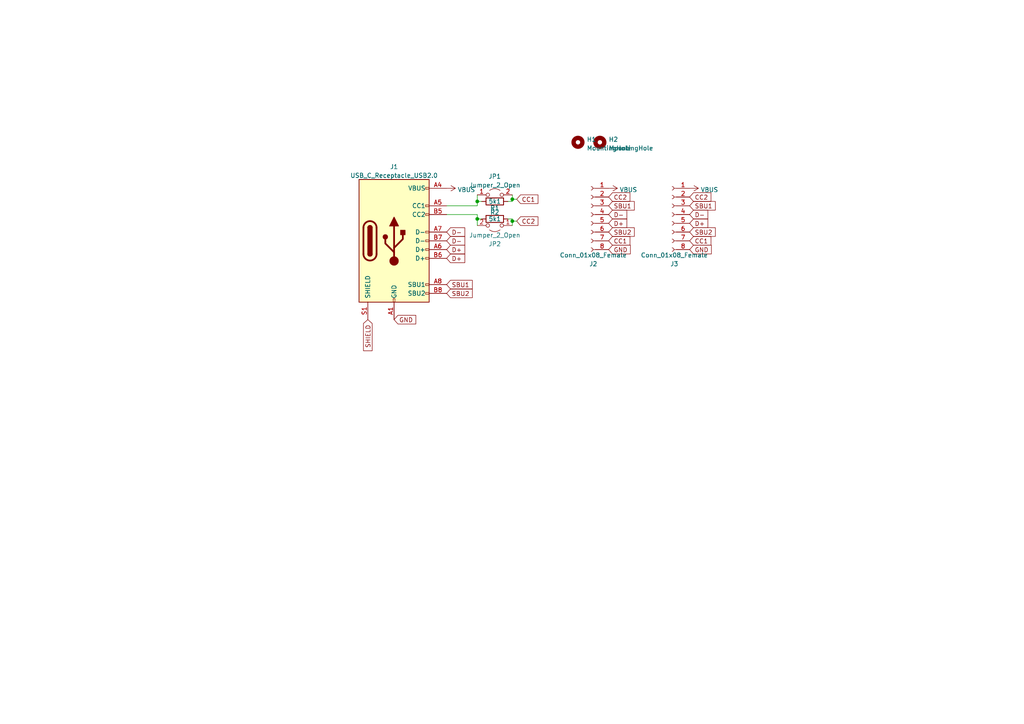
<source format=kicad_sch>
(kicad_sch (version 20211123) (generator eeschema)
  (paper "A4")
  (lib_symbols
    (symbol "Connector:Conn_01x08_Female" (pin_names (offset 1.016) hide)
      (property "Reference" "J" (at 0 10.16 0))
      (property "Value" "Conn_01x08_Female" (at 0 -12.7 0))
      (symbol "Conn_01x08_Female_1_1"
        (arc (start 0 -9.652) (mid -0.508 -10.16) (end 0 -10.668) (stroke (width 0.1524)))
        (arc (start 0 -7.112) (mid -0.508 -7.62) (end 0 -8.128) (stroke (width 0.1524)))
        (arc (start 0 -4.572) (mid -0.508 -5.08) (end 0 -5.588) (stroke (width 0.1524)))
        (arc (start 0 -2.032) (mid -0.508 -2.54) (end 0 -3.048) (stroke (width 0.1524)))
        (polyline (pts (xy -1.27 -10.16) (xy -0.508 -10.16)) (stroke (width 0.1524)))
        (polyline (pts (xy -1.27 -7.62) (xy -0.508 -7.62)) (stroke (width 0.1524)))
        (polyline (pts (xy -1.27 -5.08) (xy -0.508 -5.08)) (stroke (width 0.1524)))
        (polyline (pts (xy -1.27 -2.54) (xy -0.508 -2.54)) (stroke (width 0.1524)))
        (polyline (pts (xy -1.27 0) (xy -0.508 0)) (stroke (width 0.1524)))
        (polyline (pts (xy -1.27 2.54) (xy -0.508 2.54)) (stroke (width 0.1524)))
        (polyline (pts (xy -1.27 5.08) (xy -0.508 5.08)) (stroke (width 0.1524)))
        (polyline (pts (xy -1.27 7.62) (xy -0.508 7.62)) (stroke (width 0.1524)))
        (arc (start 0 0.508) (mid -0.508 0) (end 0 -0.508) (stroke (width 0.1524)))
        (arc (start 0 3.048) (mid -0.508 2.54) (end 0 2.032) (stroke (width 0.1524)))
        (arc (start 0 5.588) (mid -0.508 5.08) (end 0 4.572) (stroke (width 0.1524)))
        (arc (start 0 8.128) (mid -0.508 7.62) (end 0 7.112) (stroke (width 0.1524)))
        (pin passive line (at -5.08 7.62 0) (length 3.81) (name "Pin_1") (number "1"))
        (pin passive line (at -5.08 5.08 0) (length 3.81) (name "Pin_2") (number "2"))
        (pin passive line (at -5.08 2.54 0) (length 3.81) (name "Pin_3") (number "3"))
        (pin passive line (at -5.08 0 0) (length 3.81) (name "Pin_4") (number "4"))
        (pin passive line (at -5.08 -2.54 0) (length 3.81) (name "Pin_5") (number "5"))
        (pin passive line (at -5.08 -5.08 0) (length 3.81) (name "Pin_6") (number "6"))
        (pin passive line (at -5.08 -7.62 0) (length 3.81) (name "Pin_7") (number "7"))
        (pin passive line (at -5.08 -10.16 0) (length 3.81) (name "Pin_8") (number "8"))
      )
    )
    (symbol "Connector:USB_C_Receptacle_USB2.0" (pin_names (offset 1.016))
      (property "Reference" "J" (at -10.16 19.05 0))
      (property "Value" "USB_C_Receptacle_USB2.0" (at 19.05 19.05 0))
      (symbol "USB_C_Receptacle_USB2.0_0_0"
        (rectangle (start -0.254 -17.78) (end 0.254 -16.764))
        (rectangle (start 10.16 -14.986) (end 9.144 -15.494))
        (rectangle (start 10.16 -12.446) (end 9.144 -12.954))
        (rectangle (start 10.16 -4.826) (end 9.144 -5.334))
        (rectangle (start 10.16 -2.286) (end 9.144 -2.794))
        (rectangle (start 10.16 0.254) (end 9.144 -0.254))
        (rectangle (start 10.16 2.794) (end 9.144 2.286))
        (rectangle (start 10.16 7.874) (end 9.144 7.366))
        (rectangle (start 10.16 10.414) (end 9.144 9.906))
        (rectangle (start 10.16 15.494) (end 9.144 14.986))
      )
      (symbol "USB_C_Receptacle_USB2.0_0_1"
        (rectangle (start -10.16 17.78) (end 10.16 -17.78) (stroke (width 0.254)) (fill (type background)))
        (arc (start -8.89 -3.81) (mid -6.985 -5.715) (end -5.08 -3.81) (stroke (width 0.508)))
        (arc (start -7.62 -3.81) (mid -6.985 -4.445) (end -6.35 -3.81) (stroke (width 0.254)))
        (arc (start -7.62 -3.81) (mid -6.985 -4.445) (end -6.35 -3.81) (stroke (width 0.254)) (fill (type outline)))
        (rectangle (start -7.62 -3.81) (end -6.35 3.81) (stroke (width 0.254)) (fill (type outline)))
        (arc (start -6.35 3.81) (mid -6.985 4.445) (end -7.62 3.81) (stroke (width 0.254)))
        (arc (start -6.35 3.81) (mid -6.985 4.445) (end -7.62 3.81) (stroke (width 0.254)) (fill (type outline)))
        (arc (start -5.08 3.81) (mid -6.985 5.715) (end -8.89 3.81) (stroke (width 0.508)))
        (circle (center -2.54 1.143) (radius 0.635) (stroke (width 0.254)) (fill (type outline)))
        (circle (center 0 -5.842) (radius 1.27) (fill (type outline)))
        (polyline (pts (xy -8.89 -3.81) (xy -8.89 3.81)) (stroke (width 0.508)))
        (polyline (pts (xy -5.08 3.81) (xy -5.08 -3.81)) (stroke (width 0.508)))
        (polyline (pts (xy 0 -5.842) (xy 0 4.318)) (stroke (width 0.508)))
        (polyline (pts (xy 0 -3.302) (xy -2.54 -0.762) (xy -2.54 0.508)) (stroke (width 0.508)))
        (polyline (pts (xy 0 -2.032) (xy 2.54 0.508) (xy 2.54 1.778)) (stroke (width 0.508)))
        (polyline (pts (xy -1.27 4.318) (xy 0 6.858) (xy 1.27 4.318) (xy -1.27 4.318)) (stroke (width 0.254)) (fill (type outline)))
        (rectangle (start 1.905 1.778) (end 3.175 3.048) (stroke (width 0.254)) (fill (type outline)))
      )
      (symbol "USB_C_Receptacle_USB2.0_1_1"
        (pin passive line (at 0 -22.86 90) (length 5.08) (name "GND") (number "A1"))
        (pin passive line (at 0 -22.86 90) (length 5.08) hide (name "GND") (number "A12"))
        (pin passive line (at 15.24 15.24 180) (length 5.08) (name "VBUS") (number "A4"))
        (pin bidirectional line (at 15.24 10.16 180) (length 5.08) (name "CC1") (number "A5"))
        (pin bidirectional line (at 15.24 -2.54 180) (length 5.08) (name "D+") (number "A6"))
        (pin bidirectional line (at 15.24 2.54 180) (length 5.08) (name "D-") (number "A7"))
        (pin bidirectional line (at 15.24 -12.7 180) (length 5.08) (name "SBU1") (number "A8"))
        (pin passive line (at 15.24 15.24 180) (length 5.08) hide (name "VBUS") (number "A9"))
        (pin passive line (at 0 -22.86 90) (length 5.08) hide (name "GND") (number "B1"))
        (pin passive line (at 0 -22.86 90) (length 5.08) hide (name "GND") (number "B12"))
        (pin passive line (at 15.24 15.24 180) (length 5.08) hide (name "VBUS") (number "B4"))
        (pin bidirectional line (at 15.24 7.62 180) (length 5.08) (name "CC2") (number "B5"))
        (pin bidirectional line (at 15.24 -5.08 180) (length 5.08) (name "D+") (number "B6"))
        (pin bidirectional line (at 15.24 0 180) (length 5.08) (name "D-") (number "B7"))
        (pin bidirectional line (at 15.24 -15.24 180) (length 5.08) (name "SBU2") (number "B8"))
        (pin passive line (at 15.24 15.24 180) (length 5.08) hide (name "VBUS") (number "B9"))
        (pin passive line (at -7.62 -22.86 90) (length 5.08) (name "SHIELD") (number "S1"))
      )
    )
    (symbol "Device:R" (pin_numbers hide) (pin_names (offset 0))
      (property "Reference" "R" (at 2.032 0 90))
      (property "Value" "R" (at 0 0 90))
      (symbol "R_0_1"
        (rectangle (start -1.016 -2.54) (end 1.016 2.54) (stroke (width 0.254)))
      )
      (symbol "R_1_1"
        (pin passive line (at 0 3.81 270) (length 1.27) (name "~") (number "1"))
        (pin passive line (at 0 -3.81 90) (length 1.27) (name "~") (number "2"))
      )
    )
    (symbol "Jumper:Jumper_2_Open" (pin_names (offset 0) hide)
      (property "Reference" "JP" (at 0 2.794 0))
      (property "Value" "Jumper_2_Open" (at 0 -2.286 0))
      (symbol "Jumper_2_Open_0_0"
        (circle (center -2.032 0) (radius 0.508))
        (circle (center 2.032 0) (radius 0.508))
      )
      (symbol "Jumper_2_Open_0_1"
        (arc (start 1.524 1.27) (mid 0 1.778) (end -1.524 1.27))
      )
      (symbol "Jumper_2_Open_1_1"
        (pin passive line (at -5.08 0 0) (length 2.54) (name "A") (number "1"))
        (pin passive line (at 5.08 0 180) (length 2.54) (name "B") (number "2"))
      )
    )
    (symbol "Mechanical:MountingHole" (pin_names (offset 1.016))
      (property "Reference" "H" (at 0 5.08 0))
      (property "Value" "MountingHole" (at 0 3.175 0))
      (symbol "MountingHole_0_1"
        (circle (center 0 0) (radius 1.27) (stroke (width 1.27)))
      )
    )
    (symbol "power:VBUS" (power) (pin_names (offset 0))
      (property "Value" "VBUS" (at 0 3.81 0))
      (symbol "VBUS_0_1"
        (polyline (pts (xy -0.762 1.27) (xy 0 2.54)))
        (polyline (pts (xy 0 0) (xy 0 2.54)))
        (polyline (pts (xy 0 2.54) (xy 0.762 1.27)))
      )
      (symbol "VBUS_1_1"
        (pin power_in line (at 0 0 90) (length 0) hide (name "VBUS") (number "1"))
      )
    )
  )
  (junction (at 138.43 63.5))
  (junction (at 138.43 58.42))
  (junction (at 148.59 57.785))
  (junction (at 148.59 64.135))
  (wire (pts (xy 138.43 63.5) (xy 138.43 62.23)))
  (wire (pts (xy 149.86 64.135) (xy 148.59 64.135)))
  (wire (pts (xy 138.43 58.42) (xy 139.7 58.42)))
  (wire (pts (xy 138.43 59.69) (xy 138.43 58.42)))
  (wire (pts (xy 138.43 58.42) (xy 138.43 56.515)))
  (wire (pts (xy 148.59 57.785) (xy 149.86 57.785)))
  (wire (pts (xy 148.59 57.785) (xy 148.59 56.515)))
  (wire (pts (xy 147.32 58.42) (xy 148.59 58.42)))
  (wire (pts (xy 129.54 59.69) (xy 138.43 59.69)))
  (wire (pts (xy 138.43 65.405) (xy 138.43 63.5)))
  (wire (pts (xy 138.43 63.5) (xy 139.7 63.5)))
  (wire (pts (xy 138.43 62.23) (xy 129.54 62.23)))
  (wire (pts (xy 148.59 63.5) (xy 148.59 64.135)))
  (wire (pts (xy 148.59 58.42) (xy 148.59 57.785)))
  (wire (pts (xy 148.59 64.135) (xy 148.59 65.405)))
  (wire (pts (xy 147.32 63.5) (xy 148.59 63.5)))
  (global_label "D+" (shape input) (at 176.53 64.77 0) (property "Intersheet References" "${INTERSHEET_REFS}" (effects hide)))
  (global_label "D+" (shape input) (at 129.54 74.93 0) (property "Intersheet References" "${INTERSHEET_REFS}" (effects hide)))
  (global_label "D-" (shape input) (at 129.54 67.31 0) (property "Intersheet References" "${INTERSHEET_REFS}" (effects hide)))
  (global_label "SBU1" (shape input) (at 200.025 59.69 0) (property "Intersheet References" "${INTERSHEET_REFS}" (effects hide)))
  (global_label "GND" (shape input) (at 114.3 92.71 0) (property "Intersheet References" "${INTERSHEET_REFS}" (effects hide)))
  (global_label "CC1" (shape input) (at 149.86 57.785 0) (property "Intersheet References" "${INTERSHEET_REFS}" (effects hide)))
  (global_label "GND" (shape input) (at 200.025 72.39 0) (property "Intersheet References" "${INTERSHEET_REFS}" (effects hide)))
  (global_label "SBU1" (shape input) (at 176.53 59.69 0) (property "Intersheet References" "${INTERSHEET_REFS}" (effects hide)))
  (global_label "SBU2" (shape input) (at 176.53 67.31 0) (property "Intersheet References" "${INTERSHEET_REFS}" (effects hide)))
  (global_label "SBU2" (shape input) (at 200.025 67.31 0) (property "Intersheet References" "${INTERSHEET_REFS}" (effects hide)))
  (global_label "SHIELD" (shape input) (at 106.68 92.71 270) (property "Intersheet References" "${INTERSHEET_REFS}" (effects hide)))
  (global_label "CC2" (shape input) (at 200.025 57.15 0) (property "Intersheet References" "${INTERSHEET_REFS}" (effects hide)))
  (global_label "SBU1" (shape input) (at 129.54 82.55 0) (property "Intersheet References" "${INTERSHEET_REFS}" (effects hide)))
  (global_label "SBU2" (shape input) (at 129.54 85.09 0) (property "Intersheet References" "${INTERSHEET_REFS}" (effects hide)))
  (global_label "D-" (shape input) (at 176.53 62.23 0) (property "Intersheet References" "${INTERSHEET_REFS}" (effects hide)))
  (global_label "CC2" (shape input) (at 176.53 57.15 0) (property "Intersheet References" "${INTERSHEET_REFS}" (effects hide)))
  (global_label "GND" (shape input) (at 176.53 72.39 0) (property "Intersheet References" "${INTERSHEET_REFS}" (effects hide)))
  (global_label "D+" (shape input) (at 200.025 64.77 0) (property "Intersheet References" "${INTERSHEET_REFS}" (effects hide)))
  (global_label "D-" (shape input) (at 129.54 69.85 0) (property "Intersheet References" "${INTERSHEET_REFS}" (effects hide)))
  (global_label "CC1" (shape input) (at 200.025 69.85 0) (property "Intersheet References" "${INTERSHEET_REFS}" (effects hide)))
  (global_label "D-" (shape input) (at 200.025 62.23 0) (property "Intersheet References" "${INTERSHEET_REFS}" (effects hide)))
  (global_label "CC2" (shape input) (at 149.86 64.135 0) (property "Intersheet References" "${INTERSHEET_REFS}" (effects hide)))
  (global_label "D+" (shape input) (at 129.54 72.39 0) (property "Intersheet References" "${INTERSHEET_REFS}" (effects hide)))
  (global_label "CC1" (shape input) (at 176.53 69.85 0) (property "Intersheet References" "${INTERSHEET_REFS}" (effects hide)))
  (symbol (lib_id "power:VBUS") (at 176.53 54.61 270) (unit 1)
    (property "Reference" "#PWR0105" (effects hide))
    (property "Value" "VBUS" (at 179.705 55.0438 90) (effects (justify left)))
  )
  (symbol (lib_id "power:VBUS") (at 200.025 54.61 270) (unit 1)
    (property "Reference" "#PWR0107" (effects hide))
    (property "Value" "VBUS" (at 203.2 55.0438 90) (effects (justify left)))
  )
  (symbol (lib_id "Mechanical:MountingHole") (at 173.99 41.275 0) (unit 1)
    (property "Reference" "H2" (at 176.53 40.4403 0) (effects (justify left)))
    (property "Value" "MountingHole" (at 176.53 42.9772 0) (effects (justify left)))
    (property "Footprint" "MountingHole:MountingHole_3.2mm_M3_Pad_Via" (effects hide))
  )
  (symbol (lib_id "Connector:Conn_01x08_Female") (at 194.945 62.23 0) (mirror y) (unit 1)
    (property "Reference" "J3" (at 195.58 76.547 0))
    (property "Value" "Conn_01x08_Female" (at 195.58 74.0101 0))
    (property "Footprint" "Connector_PinHeader_2.54mm:PinHeader_1x08_P2.54mm_Vertical" (effects hide))
  )
  (symbol (lib_id "Jumper:Jumper_2_Open") (at 143.51 65.405 180) (unit 1)
    (property "Reference" "JP2" (at 143.51 70.7558 0))
    (property "Value" "Jumper_2_Open" (at 143.51 68.2189 0))
    (property "Footprint" "Jumper:SolderJumper-2_P1.3mm_Open_RoundedPad1.0x1.5mm" (effects hide))
  )
  (symbol (lib_id "Device:R") (at 143.51 63.5 90) (unit 1)
    (property "Reference" "R2" (at 143.51 61.595 90))
    (property "Value" "5k1" (at 143.51 63.5 90))
    (property "Footprint" "Resistor_SMD:R_0603_1608Metric_Pad0.98x0.95mm_HandSolder" (effects hide))
  )
  (symbol (lib_id "Device:R") (at 143.51 58.42 270) (unit 1)
    (property "Reference" "R1" (at 143.51 60.325 90))
    (property "Value" "5k1" (at 143.51 58.42 90))
    (property "Footprint" "Resistor_SMD:R_0603_1608Metric_Pad0.98x0.95mm_HandSolder" (effects hide))
  )
  (symbol (lib_id "Jumper:Jumper_2_Open") (at 143.51 56.515 0) (unit 1)
    (property "Reference" "JP1" (at 143.51 51.1642 0))
    (property "Value" "Jumper_2_Open" (at 143.51 53.7011 0))
    (property "Footprint" "Jumper:SolderJumper-2_P1.3mm_Open_RoundedPad1.0x1.5mm" (effects hide))
  )
  (symbol (lib_id "Mechanical:MountingHole") (at 167.64 41.275 0) (unit 1)
    (property "Reference" "H1" (at 170.18 40.4403 0) (effects (justify left)))
    (property "Value" "MountingHole" (at 170.18 42.9772 0) (effects (justify left)))
    (property "Footprint" "MountingHole:MountingHole_3.2mm_M3_Pad_Via" (effects hide))
  )
  (symbol (lib_id "Connector:Conn_01x08_Female") (at 171.45 62.23 0) (mirror y) (unit 1)
    (property "Reference" "J2" (at 172.085 76.547 0))
    (property "Value" "Conn_01x08_Female" (at 172.085 74.0101 0))
    (property "Footprint" "Connector_PinHeader_2.54mm:PinHeader_1x08_P2.54mm_Vertical" (effects hide))
  )
  (symbol (lib_id "power:VBUS") (at 129.54 54.61 270) (unit 1)
    (property "Reference" "#PWR0103" (effects hide))
    (property "Value" "VBUS" (at 132.715 55.0438 90) (effects (justify left)))
  )
  (symbol (lib_id "Connector:USB_C_Receptacle_USB2.0") (at 114.3 69.85 0) (unit 1)
    (property "Reference" "J1" (at 114.3 48.3702 0))
    (property "Value" "USB_C_Receptacle_USB2.0" (at 114.3 50.9071 0))
    (property "Footprint" "halfr_kicad_footprints:USB_C_Receptacle_GCT_USB4085" (effects hide))
    (property "Datasheet" "https://www.usb.org/sites/default/files/documents/usb_type-c.zip" (effects hide))
  )
)
</source>
